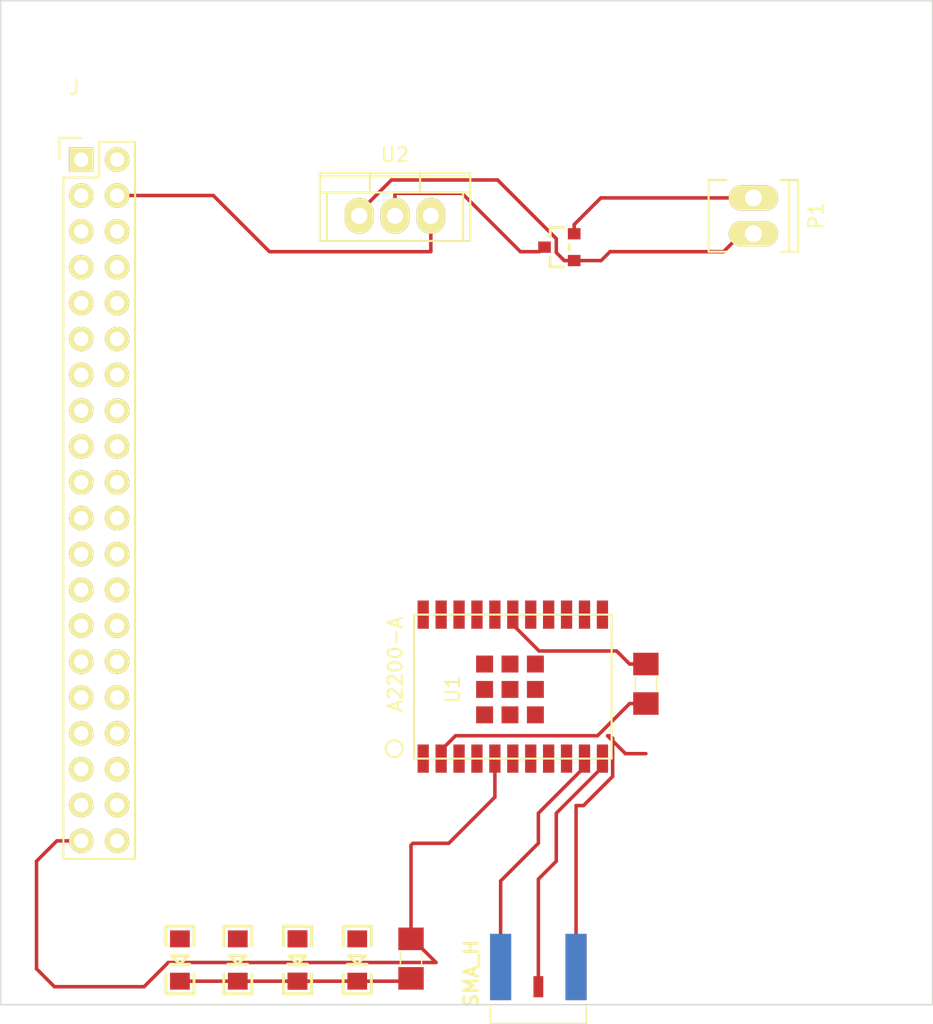
<source format=kicad_pcb>
(kicad_pcb (version 20221018) (generator pcbnew)
  (layers (0 "F.Cu" signal) (31 "B.Cu" signal) (34 "B.Paste" user) (35 "F.Paste" user) (36 "B.SilkS" user "B.Silkscreen") (37 "F.SilkS" user "F.Silkscreen") (38 "B.Mask" user) (39 "F.Mask" user) (44 "Edge.Cuts" user))
  (net 0 "")
  (net 1 "+3V3")
  (net 2 "+5V")
  (net 3 "Net-(J1-Pad3)")
  (net 4 "Net-(J1-Pad5)")
  (net 5 "Net-(J1-Pad6)")
  (net 6 "PI_LED_1")
  (net 7 "GPS_RX")
  (net 8 "Net-(J1-Pad9)")
  (net 9 "GPS_TX")
  (net 10 "PI_LED_2")
  (net 11 "GPS_ON_OFF")
  (net 12 "PI_LED_3")
  (net 13 "Net-(J1-Pad14)")
  (net 14 "PI_LED_4")
  (net 15 "GPS_WAKEUP")
  (net 16 "Net-(J1-Pad17)")
  (net 17 "GPS_RESET")
  (net 18 "Net-(J1-Pad19)")
  (net 19 "Net-(J1-Pad20)")
  (net 20 "Net-(J1-Pad21)")
  (net 21 "Net-(J1-Pad22)")
  (net 22 "Net-(J1-Pad23)")
  (net 23 "Net-(J1-Pad24)")
  (net 24 "Net-(J1-Pad25)")
  (net 25 "Net-(J1-Pad26)")
  (net 26 "Net-(J1-Pad27)")
  (net 27 "Net-(J1-Pad28)")
  (net 28 "Net-(J1-Pad29)")
  (net 29 "Net-(J1-Pad30)")
  (net 30 "Net-(J1-Pad31)")
  (net 31 "Net-(J1-Pad32)")
  (net 32 "Net-(J1-Pad33)")
  (net 33 "Net-(J1-Pad34)")
  (net 34 "Net-(J1-Pad35)")
  (net 35 "Net-(J1-Pad36)")
  (net 36 "Net-(J1-Pad37)")
  (net 37 "Net-(J1-Pad38)")
  (net 38 "GND")
  (net 39 "Net-(J1-Pad40)")
  (net 40 "Net-(J2-Pad2)")
  (net 41 "Net-(J2-Pad1)")
  (net 42 "Net-(LED1-PadK)")
  (net 43 "Net-(P1-Pad1)")
  (net 44 "Net-(P1-Pad2)")
  (net 45 "Net-(R1-Pad1)")
  (net 46 "Net-(R1-Pad2)")
  (net 47 "Net-(U1-Pad1)")
  (net 48 "Net-(U1-Pad9)")
  (net 49 "Net-(U1-Pad12)")
  (net 50 "Net-(U1-Pad13)")
  (net 51 "Net-(U1-Pad14)")
  (net 52 "Net-(U1-Pad15)")
  (net 53 "Net-(U1-Pad16)")
  (net 54 "Net-(U1-Pad18)")
  (net 55 "Net-(U1-Pad21)")
  (footprint "Pin_Headers:Pin_Header_Straight_2x20" (layer "F.Cu") (at 40 90)
    (fp_text reference "J1" (at 0 -5.1) (layer "F.SilkS"))
    (fp_text value "RPi_GPIO")
    (fp_line (start -1.55 -1.55) (end -1.55 0) (stroke (width 0.15)) (layer "F.SilkS"))
    (fp_line (start -1.27 1.27) (end -1.27 49.53) (stroke (width 0.15)) (layer "F.SilkS"))
    (fp_line (start 0 -1.55) (end -1.55 -1.55) (stroke (width 0.15)) (layer "F.SilkS"))
    (fp_line (start 1.27 -1.27) (end 1.27 1.27) (stroke (width 0.15)) (layer "F.SilkS"))
    (fp_line (start 1.27 1.27) (end -1.27 1.27) (stroke (width 0.15)) (layer "F.SilkS"))
    (fp_line (start 3.81 -1.27) (end 1.27 -1.27) (stroke (width 0.15)) (layer "F.SilkS"))
    (fp_line (start 3.81 49.53) (end -1.27 49.53) (stroke (width 0.15)) (layer "F.SilkS"))
    (fp_line (start 3.81 49.53) (end 3.81 -1.27) (stroke (width 0.15)) (layer "F.SilkS"))
    (pad "1" thru_hole rect (at 0 0) (size 1.7272 1.7272) (drill 1.016) (layers "*.Cu" "*.Mask" "F.SilkS") (net 1 "+3V3"))
    (pad "2" thru_hole oval (at 2.54 0) (size 1.7272 1.7272) (drill 1.016) (layers "*.Cu" "*.Mask" "F.SilkS") (net 2 "+5V"))
    (pad "3" thru_hole oval (at 0 2.54) (size 1.7272 1.7272) (drill 1.016) (layers "*.Cu" "*.Mask" "F.SilkS") (net 3 "Net-(J1-Pad3)"))
    (pad "4" thru_hole oval (at 2.54 2.54) (size 1.7272 1.7272) (drill 1.016) (layers "*.Cu" "*.Mask" "F.SilkS") (net 2 "+5V"))
    (pad "5" thru_hole oval (at 0 5.08) (size 1.7272 1.7272) (drill 1.016) (layers "*.Cu" "*.Mask" "F.SilkS") (net 4 "Net-(J1-Pad5)"))
    (pad "6" thru_hole oval (at 2.54 5.08) (size 1.7272 1.7272) (drill 1.016) (layers "*.Cu" "*.Mask" "F.SilkS") (net 5 "Net-(J1-Pad6)"))
    (pad "7" thru_hole oval (at 0 7.62) (size 1.7272 1.7272) (drill 1.016) (layers "*.Cu" "*.Mask" "F.SilkS") (net 6 "PI_LED_1"))
    (pad "8" thru_hole oval (at 2.54 7.62) (size 1.7272 1.7272) (drill 1.016) (layers "*.Cu" "*.Mask" "F.SilkS") (net 7 "GPS_RX"))
    (pad "9" thru_hole oval (at 0 10.16) (size 1.7272 1.7272) (drill 1.016) (layers "*.Cu" "*.Mask" "F.SilkS") (net 8 "Net-(J1-Pad9)"))
    (pad "10" thru_hole oval (at 2.54 10.16) (size 1.7272 1.7272) (drill 1.016) (layers "*.Cu" "*.Mask" "F.SilkS") (net 9 "GPS_TX"))
    (pad "11" thru_hole oval (at 0 12.7) (size 1.7272 1.7272) (drill 1.016) (layers "*.Cu" "*.Mask" "F.SilkS") (net 10 "PI_LED_2"))
    (pad "12" thru_hole oval (at 2.54 12.7) (size 1.7272 1.7272) (drill 1.016) (layers "*.Cu" "*.Mask" "F.SilkS") (net 11 "GPS_ON_OFF"))
    (pad "13" thru_hole oval (at 0 15.24) (size 1.7272 1.7272) (drill 1.016) (layers "*.Cu" "*.Mask" "F.SilkS") (net 12 "PI_LED_3"))
    (pad "14" thru_hole oval (at 2.54 15.24) (size 1.7272 1.7272) (drill 1.016) (layers "*.Cu" "*.Mask" "F.SilkS") (net 13 "Net-(J1-Pad14)"))
    (pad "15" thru_hole oval (at 0 17.78) (size 1.7272 1.7272) (drill 1.016) (layers "*.Cu" "*.Mask" "F.SilkS") (net 14 "PI_LED_4"))
    (pad "16" thru_hole oval (at 2.54 17.78) (size 1.7272 1.7272) (drill 1.016) (layers "*.Cu" "*.Mask" "F.SilkS") (net 15 "GPS_WAKEUP"))
    (pad "17" thru_hole oval (at 0 20.32) (size 1.7272 1.7272) (drill 1.016) (layers "*.Cu" "*.Mask" "F.SilkS") (net 16 "Net-(J1-Pad17)"))
    (pad "18" thru_hole oval (at 2.54 20.32) (size 1.7272 1.7272) (drill 1.016) (layers "*.Cu" "*.Mask" "F.SilkS") (net 17 "GPS_RESET"))
    (pad "19" thru_hole oval (at 0 22.86) (size 1.7272 1.7272) (drill 1.016) (layers "*.Cu" "*.Mask" "F.SilkS") (net 18 "Net-(J1-Pad19)"))
    (pad "20" thru_hole oval (at 2.54 22.86) (size 1.7272 1.7272) (drill 1.016) (layers "*.Cu" "*.Mask" "F.SilkS") (net 19 "Net-(J1-Pad20)"))
    (pad "21" thru_hole oval (at 0 25.4) (size 1.7272 1.7272) (drill 1.016) (layers "*.Cu" "*.Mask" "F.SilkS") (net 20 "Net-(J1-Pad21)"))
    (pad "22" thru_hole oval (at 2.54 25.4) (size 1.7272 1.7272) (drill 1.016) (layers "*.Cu" "*.Mask" "F.SilkS") (net 21 "Net-(J1-Pad22)"))
    (pad "23" thru_hole oval (at 0 27.94) (size 1.7272 1.7272) (drill 1.016) (layers "*.Cu" "*.Mask" "F.SilkS") (net 22 "Net-(J1-Pad23)"))
    (pad "24" thru_hole oval (at 2.54 27.94) (size 1.7272 1.7272) (drill 1.016) (layers "*.Cu" "*.Mask" "F.SilkS") (net 23 "Net-(J1-Pad24)"))
    (pad "25" thru_hole oval (at 0 30.48) (size 1.7272 1.7272) (drill 1.016) (layers "*.Cu" "*.Mask" "F.SilkS") (net 24 "Net-(J1-Pad25)"))
    (pad "26" thru_hole oval (at 2.54 30.48) (size 1.7272 1.7272) (drill 1.016) (layers "*.Cu" "*.Mask" "F.SilkS") (net 25 "Net-(J1-Pad26)"))
    (pad "27" thru_hole oval (at 0 33.02) (size 1.7272 1.7272) (drill 1.016) (layers "*.Cu" "*.Mask" "F.SilkS") (net 26 "Net-(J1-Pad27)"))
    (pad "28" thru_hole oval (at 2.54 33.02) (size 1.7272 1.7272) (drill 1.016) (layers "*.Cu" "*.Mask" "F.SilkS") (net 27 "Net-(J1-Pad28)"))
    (pad "29" thru_hole oval (at 0 35.56) (size 1.7272 1.7272) (drill 1.016) (layers "*.Cu" "*.Mask" "F.SilkS") (net 28 "Net-(J1-Pad29)"))
    (pad "30" thru_hole oval (at 2.54 35.56) (size 1.7272 1.7272) (drill 1.016) (layers "*.Cu" "*.Mask" "F.SilkS") (net 29 "Net-(J1-Pad30)"))
    (pad "31" thru_hole oval (at 0 38.1) (size 1.7272 1.7272) (drill 1.016) (layers "*.Cu" "*.Mask" "F.SilkS") (net 30 "Net-(J1-Pad31)"))
    (pad "32" thru_hole oval (at 2.54 38.1) (size 1.7272 1.7272) (drill 1.016) (layers "*.Cu" "*.Mask" "F.SilkS") (net 31 "Net-(J1-Pad32)"))
    (pad "33" thru_hole oval (at 0 40.64) (size 1.7272 1.7272) (drill 1.016) (layers "*.Cu" "*.Mask" "F.SilkS") (net 32 "Net-(J1-Pad33)"))
    (pad "34" thru_hole oval (at 2.54 40.64) (size 1.7272 1.7272) (drill 1.016) (layers "*.Cu" "*.Mask" "F.SilkS") (net 33 "Net-(J1-Pad34)"))
    (pad "35" thru_hole oval (at 0 43.18) (size 1.7272 1.7272) (drill 1.016) (layers "*.Cu" "*.Mask" "F.SilkS") (net 34 "Net-(J1-Pad35)"))
    (pad "36" thru_hole oval (at 2.54 43.18) (size 1.7272 1.7272) (drill 1.016) (layers "*.Cu" "*.Mask" "F.SilkS") (net 35 "Net-(J1-Pad36)"))
    (pad "37" thru_hole oval (at 0 45.72) (size 1.7272 1.7272) (drill 1.016) (layers "*.Cu" "*.Mask" "F.SilkS") (net 36 "Net-(J1-Pad37)"))
    (pad "38" thru_hole oval (at 2.54 45.72) (size 1.7272 1.7272) (drill 1.016) (layers "*.Cu" "*.Mask" "F.SilkS") (net 37 "Net-(J1-Pad38)"))
    (pad "39" thru_hole oval (at 0 48.26) (size 1.7272 1.7272) (drill 1.016) (layers "*.Cu" "*.Mask" "F.SilkS") (net 38 "GND"))
    (pad "40" thru_hole oval (at 2.54 48.26) (size 1.7272 1.7272) (drill 1.016) (layers "*.Cu" "*.Mask" "F.SilkS") (net 39 "Net-(J1-Pad40)"))
  )
  (footprint "SMA_H" (layer "F.Cu") (at 72.39 147.193 -90)
    (fp_text reference "J2" hide)
    (fp_text value "SMA_H" (at 0.47 4.76 270) (layer "F.SilkS") (effects (font (thickness 0.2))))
    (fp_line (start 2.79908 -3.40106) (end 3.99796 -3.40106) (stroke (width 0.09906)) (layer "F.SilkS"))
    (fp_line (start 4.0005 -3.40106) (end 4.0005 3.40106) (stroke (width 0.09906)) (layer "F.SilkS"))
    (fp_line (start 4.0005 3.40106) (end 2.79908 3.40106) (stroke (width 0.09906)) (layer "F.SilkS"))
    (pad "1" smd rect (at 1.397 0 270) (size 1.49606 0.6985) (layers "F.Cu" "F.Paste" "F.Mask") (net 41 "Net-(J2-Pad1)") (clearance 0.19558))
    (pad "2" smd rect (at 0 2.67208 270) (size 4.69646 1.49606) (layers "F.Cu" "F.Paste" "F.Mask") (net 40 "Net-(J2-Pad2)") (clearance 0.19558))
    (pad "3" smd rect (at 0 -2.67208 270) (size 4.69646 1.49606) (layers "F.Cu" "F.Paste" "F.Mask") (net 40 "Net-(J2-Pad2)") (clearance 0.19558))
    (pad "4" smd rect (at 0 2.67208 270) (size 4.69646 1.49606) (layers "B.Cu" "B.Paste" "B.Mask") (net 40 "Net-(J2-Pad2)") (clearance 0.19558))
    (pad "5" smd rect (at 0 -2.67208 270) (size 4.69646 1.49606) (layers "B.Cu" "B.Paste" "B.Mask") (net 40 "Net-(J2-Pad2)") (clearance 0.19558))
  )
  (footprint "FT:LED-1206" (layer "F.Cu") (at 59.556219 146.698254 -90)
    (fp_text reference "LED1")
    (fp_text value "LED")
    (fp_line (start -2.39776 -0.99822) (end -2.39776 0.99822) (stroke (width 0.2032)) (layer "F.SilkS"))
    (fp_line (start -2.39776 0.99822) (end -0.99822 0.99822) (stroke (width 0.2032)) (layer "F.SilkS"))
    (fp_line (start -0.99822 -0.99822) (end -2.39776 -0.99822) (stroke (width 0.2032)) (layer "F.SilkS"))
    (fp_line (start -0.29972 -0.59944) (end -0.29972 0.59944) (stroke (width 0.2032)) (layer "F.SilkS"))
    (fp_line (start -0.29972 0.59944) (end 0.29972 0) (stroke (width 0.2032)) (layer "F.SilkS"))
    (fp_line (start 0.29972 -0.6985) (end 0.29972 0) (stroke (width 0.2032)) (layer "F.SilkS"))
    (fp_line (start 0.29972 0) (end -0.29972 -0.59944) (stroke (width 0.2032)) (layer "F.SilkS"))
    (fp_line (start 0.29972 0) (end 0.29972 0.6985) (stroke (width 0.2032)) (layer "F.SilkS"))
    (fp_line (start 0.99822 -0.99822) (end 2.39776 -0.99822) (stroke (width 0.2032)) (layer "F.SilkS"))
    (fp_line (start 2.39776 -0.99822) (end 2.39776 0.99822) (stroke (width 0.2032)) (layer "F.SilkS"))
    (fp_line (start 2.39776 0.99822) (end 0.99822 0.99822) (stroke (width 0.2032)) (layer "F.SilkS"))
    (pad "A" smd rect (at -1.4986 0 270) (size 1.19888 1.39954) (layers "F.Cu" "F.Paste" "F.Mask") (net 6 "PI_LED_1"))
    (pad "K" smd rect (at 1.4986 0 270) (size 1.19888 1.39954) (layers "F.Cu" "F.Paste" "F.Mask") (net 42 "Net-(LED1-PadK)"))
  )
  (footprint "FT:LED-1206" (layer "F.Cu") (at 55.322886 146.698254 -90)
    (fp_text reference "LED2")
    (fp_text value "LED")
    (fp_line (start -2.39776 -0.99822) (end -2.39776 0.99822) (stroke (width 0.2032)) (layer "F.SilkS"))
    (fp_line (start -2.39776 0.99822) (end -0.99822 0.99822) (stroke (width 0.2032)) (layer "F.SilkS"))
    (fp_line (start -0.99822 -0.99822) (end -2.39776 -0.99822) (stroke (width 0.2032)) (layer "F.SilkS"))
    (fp_line (start -0.29972 -0.59944) (end -0.29972 0.59944) (stroke (width 0.2032)) (layer "F.SilkS"))
    (fp_line (start -0.29972 0.59944) (end 0.29972 0) (stroke (width 0.2032)) (layer "F.SilkS"))
    (fp_line (start 0.29972 -0.6985) (end 0.29972 0) (stroke (width 0.2032)) (layer "F.SilkS"))
    (fp_line (start 0.29972 0) (end -0.29972 -0.59944) (stroke (width 0.2032)) (layer "F.SilkS"))
    (fp_line (start 0.29972 0) (end 0.29972 0.6985) (stroke (width 0.2032)) (layer "F.SilkS"))
    (fp_line (start 0.99822 -0.99822) (end 2.39776 -0.99822) (stroke (width 0.2032)) (layer "F.SilkS"))
    (fp_line (start 2.39776 -0.99822) (end 2.39776 0.99822) (stroke (width 0.2032)) (layer "F.SilkS"))
    (fp_line (start 2.39776 0.99822) (end 0.99822 0.99822) (stroke (width 0.2032)) (layer "F.SilkS"))
    (pad "A" smd rect (at -1.4986 0 270) (size 1.19888 1.39954) (layers "F.Cu" "F.Paste" "F.Mask") (net 10 "PI_LED_2"))
    (pad "K" smd rect (at 1.4986 0 270) (size 1.19888 1.39954) (layers "F.Cu" "F.Paste" "F.Mask") (net 42 "Net-(LED1-PadK)"))
  )
  (footprint "FT:LED-1206" (layer "F.Cu") (at 51.089553 146.698254 -90)
    (fp_text reference "LED3")
    (fp_text value "LED")
    (fp_line (start -2.39776 -0.99822) (end -2.39776 0.99822) (stroke (width 0.2032)) (layer "F.SilkS"))
    (fp_line (start -2.39776 0.99822) (end -0.99822 0.99822) (stroke (width 0.2032)) (layer "F.SilkS"))
    (fp_line (start -0.99822 -0.99822) (end -2.39776 -0.99822) (stroke (width 0.2032)) (layer "F.SilkS"))
    (fp_line (start -0.29972 -0.59944) (end -0.29972 0.59944) (stroke (width 0.2032)) (layer "F.SilkS"))
    (fp_line (start -0.29972 0.59944) (end 0.29972 0) (stroke (width 0.2032)) (layer "F.SilkS"))
    (fp_line (start 0.29972 -0.6985) (end 0.29972 0) (stroke (width 0.2032)) (layer "F.SilkS"))
    (fp_line (start 0.29972 0) (end -0.29972 -0.59944) (stroke (width 0.2032)) (layer "F.SilkS"))
    (fp_line (start 0.29972 0) (end 0.29972 0.6985) (stroke (width 0.2032)) (layer "F.SilkS"))
    (fp_line (start 0.99822 -0.99822) (end 2.39776 -0.99822) (stroke (width 0.2032)) (layer "F.SilkS"))
    (fp_line (start 2.39776 -0.99822) (end 2.39776 0.99822) (stroke (width 0.2032)) (layer "F.SilkS"))
    (fp_line (start 2.39776 0.99822) (end 0.99822 0.99822) (stroke (width 0.2032)) (layer "F.SilkS"))
    (pad "A" smd rect (at -1.4986 0 270) (size 1.19888 1.39954) (layers "F.Cu" "F.Paste" "F.Mask") (net 12 "PI_LED_3"))
    (pad "K" smd rect (at 1.4986 0 270) (size 1.19888 1.39954) (layers "F.Cu" "F.Paste" "F.Mask") (net 42 "Net-(LED1-PadK)"))
  )
  (footprint "FT:LED-1206" (layer "F.Cu") (at 46.99 146.698254 -90)
    (fp_text reference "LED4")
    (fp_text value "LED")
    (fp_line (start -2.39776 -0.99822) (end -2.39776 0.99822) (stroke (width 0.2032)) (layer "F.SilkS"))
    (fp_line (start -2.39776 0.99822) (end -0.99822 0.99822) (stroke (width 0.2032)) (layer "F.SilkS"))
    (fp_line (start -0.99822 -0.99822) (end -2.39776 -0.99822) (stroke (width 0.2032)) (layer "F.SilkS"))
    (fp_line (start -0.29972 -0.59944) (end -0.29972 0.59944) (stroke (width 0.2032)) (layer "F.SilkS"))
    (fp_line (start -0.29972 0.59944) (end 0.29972 0) (stroke (width 0.2032)) (layer "F.SilkS"))
    (fp_line (start 0.29972 -0.6985) (end 0.29972 0) (stroke (width 0.2032)) (layer "F.SilkS"))
    (fp_line (start 0.29972 0) (end -0.29972 -0.59944) (stroke (width 0.2032)) (layer "F.SilkS"))
    (fp_line (start 0.29972 0) (end 0.29972 0.6985) (stroke (width 0.2032)) (layer "F.SilkS"))
    (fp_line (start 0.99822 -0.99822) (end 2.39776 -0.99822) (stroke (width 0.2032)) (layer "F.SilkS"))
    (fp_line (start 2.39776 -0.99822) (end 2.39776 0.99822) (stroke (width 0.2032)) (layer "F.SilkS"))
    (fp_line (start 2.39776 0.99822) (end 0.99822 0.99822) (stroke (width 0.2032)) (layer "F.SilkS"))
    (pad "A" smd rect (at -1.4986 0 270) (size 1.19888 1.39954) (layers "F.Cu" "F.Paste" "F.Mask") (net 14 "PI_LED_4"))
    (pad "K" smd rect (at 1.4986 0 270) (size 1.19888 1.39954) (layers "F.Cu" "F.Paste" "F.Mask") (net 42 "Net-(LED1-PadK)"))
  )
  (footprint "Sockets_MOLEX_KK-System:Socket_MOLEX-KK-RM2-54mm_Lock_2pin_straight" (layer "F.Cu") (at 87.63 93.98 -90)
    (fp_text reference "P1" (at 0 -4.445 270) (layer "F.SilkS"))
    (fp_text value "BATT")
    (fp_line (start -2.54 -3.175) (end 2.54 -3.175) (stroke (width 0.15)) (layer "F.SilkS"))
    (fp_line (start -2.54 -2.54) (end -2.54 -3.175) (stroke (width 0.15)) (layer "F.SilkS"))
    (fp_line (start -2.54 -2.54) (end -2.54 -1.905) (stroke (width 0.15)) (layer "F.SilkS"))
    (fp_line (start -2.54 -2.54) (end 2.54 -2.54) (stroke (width 0.15)) (layer "F.SilkS"))
    (fp_line (start -2.54 2.54) (end -2.54 1.905) (stroke (width 0.15)) (layer "F.SilkS"))
    (fp_line (start -2.54 3.175) (end -2.54 2.54) (stroke (width 0.15)) (layer "F.SilkS"))
    (fp_line (start 2.54 -3.175) (end 2.54 -2.54) (stroke (width 0.15)) (layer "F.SilkS"))
    (fp_line (start 2.54 -2.54) (end 2.54 -1.905) (stroke (width 0.15)) (layer "F.SilkS"))
    (fp_line (start 2.54 3.175) (end -2.54 3.175) (stroke (width 0.15)) (layer "F.SilkS"))
    (fp_line (start 2.54 3.175) (end 2.54 1.905) (stroke (width 0.15)) (layer "F.SilkS"))
    (pad "1" thru_hole oval (at -1.27 0 270) (size 1.80086 3.50012) (drill 1.19888) (layers "*.Cu" "*.Mask" "F.SilkS") (net 43 "Net-(P1-Pad1)"))
    (pad "2" thru_hole oval (at 1.27 0 270) (size 1.80086 3.50012) (drill 1.19888) (layers "*.Cu" "*.Mask" "F.SilkS") (net 44 "Net-(P1-Pad2)"))
  )
  (footprint "FT:1206" (layer "F.Cu") (at 80.01 127.12954 90)
    (fp_text reference "R1")
    (fp_text value "10k" hide)
    (fp_line (start -0.5 -0.75) (end 0.5 -0.75) (stroke (width 0.1)) (layer "F.SilkS"))
    (fp_line (start -0.5 0.75) (end 0.5 0.75) (stroke (width 0.1)) (layer "F.SilkS"))
    (pad "1" smd rect (at -1.39954 0 90) (size 1.59766 1.79832) (layers "F.Cu" "F.Paste" "F.Mask") (net 45 "Net-(R1-Pad1)"))
    (pad "2" smd rect (at 1.39954 0 90) (size 1.59766 1.79832) (layers "F.Cu" "F.Paste" "F.Mask") (net 46 "Net-(R1-Pad2)"))
  )
  (footprint "FT:1206" (layer "F.Cu") (at 63.366219 146.599194 90)
    (fp_text reference "R2")
    (fp_text value "10k" hide)
    (fp_line (start -0.5 -0.75) (end 0.5 -0.75) (stroke (width 0.1)) (layer "F.SilkS"))
    (fp_line (start -0.5 0.75) (end 0.5 0.75) (stroke (width 0.1)) (layer "F.SilkS"))
    (pad "1" smd rect (at -1.39954 0 90) (size 1.59766 1.79832) (layers "F.Cu" "F.Paste" "F.Mask") (net 42 "Net-(LED1-PadK)"))
    (pad "2" smd rect (at 1.39954 0 90) (size 1.59766 1.79832) (layers "F.Cu" "F.Paste" "F.Mask") (net 38 "GND"))
  )
  (footprint "A2200-A:A2200-A" (layer "F.Cu") (at 70.38 127.53 90)
    (fp_text reference "U1" (at 0 -4.064 90) (layer "F.SilkS"))
    (fp_text value "A2200-A" (at 1.778 -8.128 90) (layer "F.SilkS"))
    (fp_line (start -4.9 -6.8) (end -4.9 7.2) (stroke (width 0.15)) (layer "F.SilkS"))
    (fp_line (start -4.9 -6.8) (end 5.3 -6.8) (stroke (width 0.15)) (layer "F.SilkS"))
    (fp_line (start -4.9 7.2) (end 5.3 7.2) (stroke (width 0.15)) (layer "F.SilkS"))
    (fp_line (start 5.3 -6.8) (end 5.3 7.2) (stroke (width 0.15)) (layer "F.SilkS"))
    (fp_circle (center -4.2 -8.2) (end -4.8 -8.2) (stroke (width 0.15)) (fill none) (layer "F.SilkS"))
    (pad "1" smd rect (at -4.9 -6.15 90) (size 2 0.8) (layers "F.Cu" "F.Paste" "F.Mask") (net 47 "Net-(U1-Pad1)"))
    (pad "2" smd rect (at -4.9 -4.88 90) (size 2 0.8) (layers "F.Cu" "F.Paste" "F.Mask") (net 45 "Net-(R1-Pad1)"))
    (pad "3" smd rect (at -4.9 -3.61 90) (size 2 0.8) (layers "F.Cu" "F.Paste" "F.Mask") (net 9 "GPS_TX"))
    (pad "4" smd rect (at -4.9 -2.34 90) (size 2 0.8) (layers "F.Cu" "F.Paste" "F.Mask") (net 7 "GPS_RX"))
    (pad "5" smd rect (at -4.9 -1.07 90) (size 2 0.8) (layers "F.Cu" "F.Paste" "F.Mask") (net 38 "GND"))
    (pad "6" smd rect (at -4.9 0.2 90) (size 2 0.8) (layers "F.Cu" "F.Paste" "F.Mask") (net 11 "GPS_ON_OFF"))
    (pad "7" smd rect (at -4.9 1.47 90) (size 2 0.8) (layers "F.Cu" "F.Paste" "F.Mask") (net 38 "GND"))
    (pad "8" smd rect (at -4.9 2.74 90) (size 2 0.8) (layers "F.Cu" "F.Paste" "F.Mask") (net 38 "GND"))
    (pad "9" smd rect (at -4.9 4.01 90) (size 2 0.8) (layers "F.Cu" "F.Paste" "F.Mask") (net 48 "Net-(U1-Pad9)"))
    (pad "10" smd rect (at -4.9 5.28 90) (size 2 0.8) (layers "F.Cu" "F.Paste" "F.Mask") (net 40 "Net-(J2-Pad2)"))
    (pad "11" smd rect (at -4.9 6.55 90) (size 2 0.8) (layers "F.Cu" "F.Paste" "F.Mask") (net 41 "Net-(J2-Pad1)"))
    (pad "12" smd rect (at 5.3 6.55 90) (size 2 0.8) (layers "F.Cu" "F.Paste" "F.Mask") (net 49 "Net-(U1-Pad12)"))
    (pad "13" smd rect (at 5.3 5.28 90) (size 2 0.8) (layers "F.Cu" "F.Paste" "F.Mask") (net 50 "Net-(U1-Pad13)"))
    (pad "14" smd rect (at 5.3 4.01 90) (size 2 0.8) (layers "F.Cu" "F.Paste" "F.Mask") (net 51 "Net-(U1-Pad14)"))
    (pad "15" smd rect (at 5.3 2.74 90) (size 2 0.8) (layers "F.Cu" "F.Paste" "F.Mask") (net 52 "Net-(U1-Pad15)"))
    (pad "16" smd rect (at 5.3 1.47 90) (size 2 0.8) (layers "F.Cu" "F.Paste" "F.Mask") (net 53 "Net-(U1-Pad16)"))
    (pad "17" smd rect (at 5.3 0.2 90) (size 2 0.8) (layers "F.Cu" "F.Paste" "F.Mask") (net 46 "Net-(R1-Pad2)"))
    (pad "18" smd rect (at 5.3 -1.07 90) (size 2 0.8) (layers "F.Cu" "F.Paste" "F.Mask") (net 54 "Net-(U1-Pad18)"))
    (pad "19" smd rect (at 5.3 -2.34 90) (size 2 0.8) (layers "F.Cu" "F.Paste" "F.Mask") (net 15 "GPS_WAKEUP"))
    (pad "20" smd rect (at 5.3 -3.61 90) (size 2 0.8) (layers "F.Cu" "F.Paste" "F.Mask") (net 1 "+3V3"))
    (pad "21" smd rect (at 5.3 -4.88 90) (size 2 0.8) (layers "F.Cu" "F.Paste" "F.Mask") (net 55 "Net-(U1-Pad21)"))
    (pad "22" smd rect (at 5.3 -6.15 90) (size 2 0.8) (layers "F.Cu" "F.Paste" "F.Mask") (net 17 "GPS_RESET"))
    (pad "23" smd rect (at -1.8 -1.8 90) (size 1.2 1.2) (layers "F.Cu" "F.Paste" "F.Mask"))
    (pad "24" smd rect (at -1.8 0 90) (size 1.2 1.2) (layers "F.Cu" "F.Paste" "F.Mask"))
    (pad "25" smd rect (at -1.8 1.8 90) (size 1.2 1.2) (layers "F.Cu" "F.Paste" "F.Mask"))
    (pad "26" smd rect (at 0 -1.8 90) (size 1.2 1.2) (layers "F.Cu" "F.Paste" "F.Mask"))
    (pad "27" smd rect (at 0 0 90) (size 1.2 1.2) (layers "F.Cu" "F.Paste" "F.Mask"))
    (pad "29" smd rect (at 0 1.8 90) (size 1.2 1.2) (layers "F.Cu" "F.Paste" "F.Mask"))
    (pad "30" smd rect (at 1.8 -1.8 90) (size 1.2 1.2) (layers "F.Cu" "F.Paste" "F.Mask"))
    (pad "31" smd rect (at 1.8 0 90) (size 1.2 1.2) (layers "F.Cu" "F.Paste" "F.Mask"))
    (pad "32" smd rect (at 1.8 1.8 90) (size 1.2 1.2) (layers "F.Cu" "F.Paste" "F.Mask"))
  )
  (footprint "Power_Integrations:TO-220" (layer "F.Cu") (at 62.23 93.98)
    (fp_text reference "U2" (at 0 -4.318) (layer "F.SilkS"))
    (fp_text value "SPX2920U-5.0")
    (fp_line (start -5.334 -3.048) (end -5.334 1.778) (stroke (width 0.15)) (layer "F.SilkS"))
    (fp_line (start -5.334 -1.651) (end 5.334 -1.651) (stroke (width 0.15)) (layer "F.SilkS"))
    (fp_line (start -4.826 -1.651) (end -4.826 1.778) (stroke (width 0.15)) (layer "F.SilkS"))
    (fp_line (start -1.778 -1.778) (end -1.778 -3.048) (stroke (width 0.15)) (layer "F.SilkS"))
    (fp_line (start 1.778 -1.778) (end 1.778 -3.048) (stroke (width 0.15)) (layer "F.SilkS"))
    (fp_line (start 4.826 -1.651) (end 4.826 1.778) (stroke (width 0.15)) (layer "F.SilkS"))
    (fp_line (start 5.334 -3.048) (end -5.334 -3.048) (stroke (width 0.15)) (layer "F.SilkS"))
    (fp_line (start 5.334 -3.048) (end 5.334 1.778) (stroke (width 0.15)) (layer "F.SilkS"))
    (fp_line (start 5.334 -2.794) (end -5.334 -2.794) (stroke (width 0.15)) (layer "F.SilkS"))
    (fp_line (start 5.334 1.778) (end -5.334 1.778) (stroke (width 0.15)) (layer "F.SilkS"))
    (pad "1" thru_hole oval (at -2.54 0) (size 2.032 2.54) (drill 1.143) (layers "*.Cu" "*.Mask" "F.SilkS") (net 44 "Net-(P1-Pad2)"))
    (pad "2" thru_hole oval (at 0 0) (size 2.032 2.54) (drill 1.143) (layers "*.Cu" "*.Mask" "F.SilkS") (net 38 "GND"))
    (pad "3" thru_hole oval (at 2.54 0) (size 2.032 2.54) (drill 1.143) (layers "*.Cu" "*.Mask" "F.SilkS") (net 2 "+5V"))
  )
  (footprint "FT:SOT23_FET" (layer "F.Cu") (at 73.92924 96.19996 90)
    (fp_text reference "Q1")
    (fp_text value "IRLML6344TRPBF" hide)
    (fp_line (start -1.39954 -0.70104) (end -1.39954 0.24892) (stroke (width 0.20066)) (layer "F.SilkS"))
    (fp_line (start -1.39954 -0.70104) (end -0.70104 -0.70104) (stroke (width 0.20066)) (layer "F.SilkS"))
    (fp_line (start -0.20066 0.65024) (end 0.20066 0.65024) (stroke (width 0.20066)) (layer "F.SilkS"))
    (fp_line (start 1.39954 -0.70104) (end 0.70104 -0.70104) (stroke (width 0.20066)) (layer "F.SilkS"))
    (fp_line (start 1.39954 -0.70104) (end 1.39954 0.24892) (stroke (width 0.20066)) (layer "F.SilkS"))
    (pad "D" smd rect (at 0 -1.09982 90) (size 0.8001 0.89916) (layers "F.Cu" "F.Paste" "F.Mask") (net 38 "GND"))
    (pad "G" smd rect (at -0.94996 1.00076 90) (size 0.8001 0.89916) (layers "F.Cu" "F.Paste" "F.Mask") (net 44 "Net-(P1-Pad2)"))
    (pad "S" smd rect (at 0.94996 1.00076 90) (size 0.8001 0.89916) (layers "F.Cu" "F.Paste" "F.Mask") (net 43 "Net-(P1-Pad1)"))
  )
  (footprint "FT:LED-1206" (layer "F.Cu") (at 55.322886 146.698254 -90)
    (fp_text reference "LED2")
    (fp_text value "LED")
    (fp_line (start -2.39776 -0.99822) (end -2.39776 0.99822) (stroke (width 0.2032)) (layer "F.SilkS"))
    (fp_line (start -2.39776 0.99822) (end -0.99822 0.99822) (stroke (width 0.2032)) (layer "F.SilkS"))
    (fp_line (start -0.99822 -0.99822) (end -2.39776 -0.99822) (stroke (width 0.2032)) (layer "F.SilkS"))
    (fp_line (start -0.29972 -0.59944) (end -0.29972 0.59944) (stroke (width 0.2032)) (layer "F.SilkS"))
    (fp_line (start -0.29972 0.59944) (end 0.29972 0) (stroke (width 0.2032)) (layer "F.SilkS"))
    (fp_line (start 0.29972 -0.6985) (end 0.29972 0) (stroke (width 0.2032)) (layer "F.SilkS"))
    (fp_line (start 0.29972 0) (end -0.29972 -0.59944) (stroke (width 0.2032)) (layer "F.SilkS"))
    (fp_line (start 0.29972 0) (end 0.29972 0.6985) (stroke (width 0.2032)) (layer "F.SilkS"))
    (fp_line (start 0.99822 -0.99822) (end 2.39776 -0.99822) (stroke (width 0.2032)) (layer "F.SilkS"))
    (fp_line (start 2.39776 -0.99822) (end 2.39776 0.99822) (stroke (width 0.2032)) (layer "F.SilkS"))
    (fp_line (start 2.39776 0.99822) (end 0.99822 0.99822) (stroke (width 0.2032)) (layer "F.SilkS"))
    (pad "A" smd rect (at -1.4986 0 270) (size 1.19888 1.39954) (layers "F.Cu" "F.Paste" "F.Mask") (net 10 "PI_LED_2"))
    (pad "K" smd rect (at 1.4986 0 270) (size 1.19888 1.39954) (layers "F.Cu" "F.Paste" "F.Mask") (net 42 "Net-(LED1-PadK)"))
  )
  (footprint "RPi_Hat:RPi_Hat_Mounting_Hole" (layer "F.Cu") (at 41.29 143.14)
    (fp_text reference "1111" hide)
    (fp_text value "" hide)
    (pad "" np_thru_hole circle locked (at 0 0) (size 2.75 2.75) (drill 2.75) (layers "*.Cu" "*.Mask") (clearance 1.725))
  )
  (footprint "RPi_Hat:RPi_Hat_Mounting_Hole" (layer "F.Cu") (at 90.29 143.14)
    (fp_text reference "1121" hide)
    (fp_text value "" hide)
    (pad "" np_thru_hole circle locked (at 0 0) (size 2.75 2.75) (drill 2.75) (layers "*.Cu" "*.Mask") (clearance 1.725))
  )
  (footprint "RPi_Hat:RPi_Hat_Mounting_Hole" (layer "F.Cu") (at 41.29 85.14)
    (fp_text reference "1112" hide)
    (fp_text value "" hide)
    (pad "" np_thru_hole circle locked (at 0 0) (size 2.75 2.75) (drill 2.75) (layers "*.Cu" "*.Mask") (clearance 1.725))
  )
  (footprint "RPi_Hat:RPi_Hat_Mounting_Hole" (layer "F.Cu") (at 90.29 85.14)
    (fp_text reference "1122" hide)
    (fp_text value "" hide)
    (pad "" np_thru_hole circle locked (at 0 0) (size 2.75 2.75) (drill 2.75) (layers "*.Cu" "*.Mask") (clearance 1.725))
  )
  (gr_line (start 34.29 78.74) (end 34.29 149.86) (stroke (width 0.1)) (layer "Edge.Cuts"))
  (gr_line (start 34.29 149.86) (end 35.56 149.86) (stroke (width 0.1)) (layer "Edge.Cuts"))
  (gr_line (start 100.33 78.74) (end 34.29 78.74) (stroke (width 0.1)) (layer "Edge.Cuts"))
  (gr_line (start 35.56 149.86) (end 100.33 149.86) (stroke (width 0.1)) (layer "Edge.Cuts"))
  (gr_line (start 100.33 149.86) (end 100.33 78.74) (stroke (width 0.1)) (layer "Edge.Cuts"))
  (segment (start 64.77 96.52) (end 53.34 96.52) (width 0.25) (layer "F.Cu") (net 2))
  (segment (start 49.36 92.54) (end 42.54 92.54) (width 0.25) (layer "F.Cu") (net 2))
  (segment (start 53.34 96.52) (end 49.36 92.54) (width 0.25) (layer "F.Cu") (net 2))
  (segment (start 64.77 93.98) (end 64.77 96.52) (width 0.25) (layer "F.Cu") (net 2))
  (segment (start 36.83 147.32) (end 38.1 148.59) (width 0.25) (layer "F.Cu") (net 38))
  (segment (start 69.31 135.16) (end 66.04 138.43) (width 0.25) (layer "F.Cu") (net 38))
  (segment (start 44.45 148.59) (end 46.165097 146.874903) (width 0.25) (layer "F.Cu") (net 38))
  (segment (start 72.45985 96.52) (end 71.12 96.52) (width 0.25) (layer "F.Cu") (net 38))
  (segment (start 71.12 96.52) (end 66.98499 92.38499) (width 0.25) (layer "F.Cu") (net 38))
  (segment (start 62.30501 92.38499) (end 62.23 92.46) (width 0.25) (layer "F.Cu") (net 38))
  (segment (start 63.466549 145.199654) (end 63.366219 145.199654) (width 0.25) (layer "F.Cu") (net 38))
  (segment (start 36.83 139.7) (end 36.83 147.32) (width 0.25) (layer "F.Cu") (net 38))
  (segment (start 38.1 148.59) (end 44.45 148.59) (width 0.25) (layer "F.Cu") (net 38))
  (segment (start 66.04 138.43) (end 63.5 138.43) (width 0.25) (layer "F.Cu") (net 38))
  (segment (start 72.77989 96.19996) (end 72.45985 96.52) (width 0.25) (layer "F.Cu") (net 38))
  (segment (start 65.141798 146.874903) (end 63.466549 145.199654) (width 0.25) (layer "F.Cu") (net 38))
  (segment (start 40 138.26) (end 38.27 138.26) (width 0.25) (layer "F.Cu") (net 38))
  (segment (start 63.366219 138.563781) (end 63.366219 145.199654) (width 0.25) (layer "F.Cu") (net 38))
  (segment (start 69.31 132.43) (end 69.31 135.16) (width 0.25) (layer "F.Cu") (net 38))
  (segment (start 63.5 138.43) (end 63.366219 138.563781) (width 0.25) (layer "F.Cu") (net 38))
  (segment (start 62.23 92.46) (end 62.23 93.98) (width 0.25) (layer "F.Cu") (net 38))
  (segment (start 66.98499 92.38499) (end 62.30501 92.38499) (width 0.25) (layer "F.Cu") (net 38))
  (segment (start 38.27 138.26) (end 36.83 139.7) (width 0.25) (layer "F.Cu") (net 38))
  (segment (start 72.82942 96.19996) (end 72.77989 96.19996) (width 0.25) (layer "F.Cu") (net 38))
  (segment (start 46.165097 146.874903) (end 65.141798 146.874903) (width 0.25) (layer "F.Cu") (net 38))
  (segment (start 75.06208 135.75792) (end 75.587082 135.75792) (width 0.25) (layer "F.Cu") (net 40))
  (segment (start 77.655001 130.995001) (end 77.47 130.81) (width 0.25) (layer "F.Cu") (net 40))
  (segment (start 72.39 138.43) (end 69.71792 141.10208) (width 0.25) (layer "F.Cu") (net 40))
  (segment (start 75.06208 147.193) (end 75.06208 135.75792) (width 0.25) (layer "F.Cu") (net 40))
  (segment (start 69.71792 141.10208) (end 69.71792 147.193) (width 0.25) (layer "F.Cu") (net 40))
  (segment (start 75.66 133.03) (end 72.39 136.3) (width 0.25) (layer "F.Cu") (net 40))
  (segment (start 75.66 132.43) (end 75.66 133.03) (width 0.25) (layer "F.Cu") (net 40))
  (segment (start 78.565002 132.08) (end 80.01 132.08) (width 0.25) (layer "F.Cu") (net 40))
  (segment (start 77.47 130.81) (end 77.295002 130.81) (width 0.25) (layer "F.Cu") (net 40))
  (segment (start 75.587082 135.75792) (end 77.655001 133.690001) (width 0.25) (layer "F.Cu") (net 40))
  (segment (start 77.655001 133.690001) (end 77.655001 130.995001) (width 0.25) (layer "F.Cu") (net 40))
  (segment (start 77.295002 130.81) (end 78.565002 132.08) (width 0.25) (layer "F.Cu") (net 40))
  (segment (start 72.39 136.3) (end 72.39 138.43) (width 0.25) (layer "F.Cu") (net 40))
  (segment (start 73.66 136.3) (end 73.66 139.7) (width 0.25) (layer "F.Cu") (net 41))
  (segment (start 72.39 140.97) (end 72.39 148.59) (width 0.25) (layer "F.Cu") (net 41))
  (segment (start 76.93 133.03) (end 73.66 136.3) (width 0.25) (layer "F.Cu") (net 41))
  (segment (start 76.93 132.43) (end 76.93 133.03) (width 0.25) (layer "F.Cu") (net 41))
  (segment (start 73.66 139.7) (end 72.39 140.97) (width 0.25) (layer "F.Cu") (net 41))
  (segment (start 63.168099 148.196854) (end 63.366219 147.998734) (width 0.25) (layer "F.Cu") (net 42))
  (segment (start 47.93977 148.196854) (end 51.089553 148.196854) (width 0.25) (layer "F.Cu") (net 42))
  (segment (start 52.039323 148.196854) (end 55.322886 148.196854) (width 0.25) (layer "F.Cu") (net 42))
  (segment (start 51.089553 148.196854) (end 52.039323 148.196854) (width 0.25) (layer "F.Cu") (net 42))
  (segment (start 46.99 148.196854) (end 47.93977 148.196854) (width 0.25) (layer "F.Cu") (net 42))
  (segment (start 55.322886 148.196854) (end 59.556219 148.196854) (width 0.25) (layer "F.Cu") (net 42))
  (segment (start 59.556219 148.196854) (end 63.168099 148.196854) (width 0.25) (layer "F.Cu") (net 42))
  (segment (start 76.81995 92.71) (end 74.93 94.59995) (width 0.25) (layer "F.Cu") (net 43))
  (segment (start 87.63 92.71) (end 76.81995 92.71) (width 0.25) (layer "F.Cu") (net 43))
  (segment (start 74.93 94.59995) (end 74.93 95.25) (width 0.25) (layer "F.Cu") (net 43))
  (segment (start 85.51037 96.52) (end 77.47 96.52) (width 0.25) (layer "F.Cu") (net 44))
  (segment (start 73.66 95.595908) (end 69.504092 91.44) (width 0.25) (layer "F.Cu") (net 44))
  (segment (start 59.69 93.726) (end 59.69 93.98) (width 0.25) (layer "F.Cu") (net 44))
  (segment (start 73.66 96.5795) (end 73.66 95.595908) (width 0.25) (layer "F.Cu") (net 44))
  (segment (start 76.84008 97.14992) (end 74.93 97.14992) (width 0.25) (layer "F.Cu") (net 44))
  (segment (start 74.93 97.14992) (end 74.23042 97.14992) (width 0.25) (layer "F.Cu") (net 44))
  (segment (start 77.47 96.52) (end 76.84008 97.14992) (width 0.25) (layer "F.Cu") (net 44))
  (segment (start 74.23042 97.14992) (end 73.66 96.5795) (width 0.25) (layer "F.Cu") (net 44))
  (segment (start 61.976 91.44) (end 59.69 93.726) (width 0.25) (layer "F.Cu") (net 44))
  (segment (start 69.504092 91.44) (end 61.976 91.44) (width 0.25) (layer "F.Cu") (net 44))
  (segment (start 87.63 95.25) (end 86.78037 95.25) (width 0.25) (layer "F.Cu") (net 44))
  (segment (start 86.78037 95.25) (end 85.51037 96.52) (width 0.25) (layer "F.Cu") (net 44))
  (segment (start 80.01 128.52908) (end 78.86084 128.52908) (width 0.25) (layer "F.Cu") (net 45))
  (segment (start 65.5 131.83) (end 65.5 132.43) (width 0.25) (layer "F.Cu") (net 45))
  (segment (start 78.86084 128.52908) (end 76.57992 130.81) (width 0.25) (layer "F.Cu") (net 45))
  (segment (start 76.57992 130.81) (end 66.52 130.81) (width 0.25) (layer "F.Cu") (net 45))
  (segment (start 66.52 130.81) (end 65.5 131.83) (width 0.25) (layer "F.Cu") (net 45))
  (segment (start 72.439997 124.804999) (end 77.935839 124.804999) (width 0.25) (layer "F.Cu") (net 46))
  (segment (start 78.86084 125.73) (end 80.01 125.73) (width 0.25) (layer "F.Cu") (net 46))
  (segment (start 77.935839 124.804999) (end 78.86084 125.73) (width 0.25) (layer "F.Cu") (net 46))
  (segment (start 70.58 122.945002) (end 72.439997 124.804999) (width 0.25) (layer "F.Cu") (net 46))
  (segment (start 70.58 122.23) (end 70.58 122.945002) (width 0.25) (layer "F.Cu") (net 46))
)
</source>
